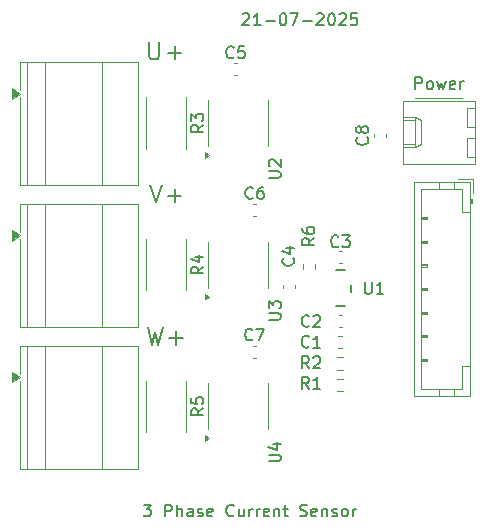
<source format=gbr>
%TF.GenerationSoftware,KiCad,Pcbnew,9.0.2*%
%TF.CreationDate,2025-07-21T15:30:36-04:00*%
%TF.ProjectId,Three Phase Current Sensor,54687265-6520-4506-9861-736520437572,rev?*%
%TF.SameCoordinates,Original*%
%TF.FileFunction,Legend,Top*%
%TF.FilePolarity,Positive*%
%FSLAX46Y46*%
G04 Gerber Fmt 4.6, Leading zero omitted, Abs format (unit mm)*
G04 Created by KiCad (PCBNEW 9.0.2) date 2025-07-21 15:30:36*
%MOMM*%
%LPD*%
G01*
G04 APERTURE LIST*
%ADD10C,0.150000*%
%ADD11C,0.200000*%
%ADD12C,0.120000*%
G04 APERTURE END LIST*
D10*
X75396554Y-41750057D02*
X75444173Y-41702438D01*
X75444173Y-41702438D02*
X75539411Y-41654819D01*
X75539411Y-41654819D02*
X75777506Y-41654819D01*
X75777506Y-41654819D02*
X75872744Y-41702438D01*
X75872744Y-41702438D02*
X75920363Y-41750057D01*
X75920363Y-41750057D02*
X75967982Y-41845295D01*
X75967982Y-41845295D02*
X75967982Y-41940533D01*
X75967982Y-41940533D02*
X75920363Y-42083390D01*
X75920363Y-42083390D02*
X75348935Y-42654819D01*
X75348935Y-42654819D02*
X75967982Y-42654819D01*
X76920363Y-42654819D02*
X76348935Y-42654819D01*
X76634649Y-42654819D02*
X76634649Y-41654819D01*
X76634649Y-41654819D02*
X76539411Y-41797676D01*
X76539411Y-41797676D02*
X76444173Y-41892914D01*
X76444173Y-41892914D02*
X76348935Y-41940533D01*
X77348935Y-42273866D02*
X78110840Y-42273866D01*
X78777506Y-41654819D02*
X78872744Y-41654819D01*
X78872744Y-41654819D02*
X78967982Y-41702438D01*
X78967982Y-41702438D02*
X79015601Y-41750057D01*
X79015601Y-41750057D02*
X79063220Y-41845295D01*
X79063220Y-41845295D02*
X79110839Y-42035771D01*
X79110839Y-42035771D02*
X79110839Y-42273866D01*
X79110839Y-42273866D02*
X79063220Y-42464342D01*
X79063220Y-42464342D02*
X79015601Y-42559580D01*
X79015601Y-42559580D02*
X78967982Y-42607200D01*
X78967982Y-42607200D02*
X78872744Y-42654819D01*
X78872744Y-42654819D02*
X78777506Y-42654819D01*
X78777506Y-42654819D02*
X78682268Y-42607200D01*
X78682268Y-42607200D02*
X78634649Y-42559580D01*
X78634649Y-42559580D02*
X78587030Y-42464342D01*
X78587030Y-42464342D02*
X78539411Y-42273866D01*
X78539411Y-42273866D02*
X78539411Y-42035771D01*
X78539411Y-42035771D02*
X78587030Y-41845295D01*
X78587030Y-41845295D02*
X78634649Y-41750057D01*
X78634649Y-41750057D02*
X78682268Y-41702438D01*
X78682268Y-41702438D02*
X78777506Y-41654819D01*
X79444173Y-41654819D02*
X80110839Y-41654819D01*
X80110839Y-41654819D02*
X79682268Y-42654819D01*
X80491792Y-42273866D02*
X81253697Y-42273866D01*
X81682268Y-41750057D02*
X81729887Y-41702438D01*
X81729887Y-41702438D02*
X81825125Y-41654819D01*
X81825125Y-41654819D02*
X82063220Y-41654819D01*
X82063220Y-41654819D02*
X82158458Y-41702438D01*
X82158458Y-41702438D02*
X82206077Y-41750057D01*
X82206077Y-41750057D02*
X82253696Y-41845295D01*
X82253696Y-41845295D02*
X82253696Y-41940533D01*
X82253696Y-41940533D02*
X82206077Y-42083390D01*
X82206077Y-42083390D02*
X81634649Y-42654819D01*
X81634649Y-42654819D02*
X82253696Y-42654819D01*
X82872744Y-41654819D02*
X82967982Y-41654819D01*
X82967982Y-41654819D02*
X83063220Y-41702438D01*
X83063220Y-41702438D02*
X83110839Y-41750057D01*
X83110839Y-41750057D02*
X83158458Y-41845295D01*
X83158458Y-41845295D02*
X83206077Y-42035771D01*
X83206077Y-42035771D02*
X83206077Y-42273866D01*
X83206077Y-42273866D02*
X83158458Y-42464342D01*
X83158458Y-42464342D02*
X83110839Y-42559580D01*
X83110839Y-42559580D02*
X83063220Y-42607200D01*
X83063220Y-42607200D02*
X82967982Y-42654819D01*
X82967982Y-42654819D02*
X82872744Y-42654819D01*
X82872744Y-42654819D02*
X82777506Y-42607200D01*
X82777506Y-42607200D02*
X82729887Y-42559580D01*
X82729887Y-42559580D02*
X82682268Y-42464342D01*
X82682268Y-42464342D02*
X82634649Y-42273866D01*
X82634649Y-42273866D02*
X82634649Y-42035771D01*
X82634649Y-42035771D02*
X82682268Y-41845295D01*
X82682268Y-41845295D02*
X82729887Y-41750057D01*
X82729887Y-41750057D02*
X82777506Y-41702438D01*
X82777506Y-41702438D02*
X82872744Y-41654819D01*
X83587030Y-41750057D02*
X83634649Y-41702438D01*
X83634649Y-41702438D02*
X83729887Y-41654819D01*
X83729887Y-41654819D02*
X83967982Y-41654819D01*
X83967982Y-41654819D02*
X84063220Y-41702438D01*
X84063220Y-41702438D02*
X84110839Y-41750057D01*
X84110839Y-41750057D02*
X84158458Y-41845295D01*
X84158458Y-41845295D02*
X84158458Y-41940533D01*
X84158458Y-41940533D02*
X84110839Y-42083390D01*
X84110839Y-42083390D02*
X83539411Y-42654819D01*
X83539411Y-42654819D02*
X84158458Y-42654819D01*
X85063220Y-41654819D02*
X84587030Y-41654819D01*
X84587030Y-41654819D02*
X84539411Y-42131009D01*
X84539411Y-42131009D02*
X84587030Y-42083390D01*
X84587030Y-42083390D02*
X84682268Y-42035771D01*
X84682268Y-42035771D02*
X84920363Y-42035771D01*
X84920363Y-42035771D02*
X85015601Y-42083390D01*
X85015601Y-42083390D02*
X85063220Y-42131009D01*
X85063220Y-42131009D02*
X85110839Y-42226247D01*
X85110839Y-42226247D02*
X85110839Y-42464342D01*
X85110839Y-42464342D02*
X85063220Y-42559580D01*
X85063220Y-42559580D02*
X85015601Y-42607200D01*
X85015601Y-42607200D02*
X84920363Y-42654819D01*
X84920363Y-42654819D02*
X84682268Y-42654819D01*
X84682268Y-42654819D02*
X84587030Y-42607200D01*
X84587030Y-42607200D02*
X84539411Y-42559580D01*
D11*
X67574435Y-56161028D02*
X68074435Y-57661028D01*
X68074435Y-57661028D02*
X68574435Y-56161028D01*
X69074434Y-57089600D02*
X70217292Y-57089600D01*
X69645863Y-57661028D02*
X69645863Y-56518171D01*
X67488720Y-44061028D02*
X67488720Y-45275314D01*
X67488720Y-45275314D02*
X67560149Y-45418171D01*
X67560149Y-45418171D02*
X67631578Y-45489600D01*
X67631578Y-45489600D02*
X67774435Y-45561028D01*
X67774435Y-45561028D02*
X68060149Y-45561028D01*
X68060149Y-45561028D02*
X68203006Y-45489600D01*
X68203006Y-45489600D02*
X68274435Y-45418171D01*
X68274435Y-45418171D02*
X68345863Y-45275314D01*
X68345863Y-45275314D02*
X68345863Y-44061028D01*
X69060149Y-44989600D02*
X70203007Y-44989600D01*
X69631578Y-45561028D02*
X69631578Y-44418171D01*
D10*
X90023809Y-48069819D02*
X90023809Y-47069819D01*
X90023809Y-47069819D02*
X90404761Y-47069819D01*
X90404761Y-47069819D02*
X90499999Y-47117438D01*
X90499999Y-47117438D02*
X90547618Y-47165057D01*
X90547618Y-47165057D02*
X90595237Y-47260295D01*
X90595237Y-47260295D02*
X90595237Y-47403152D01*
X90595237Y-47403152D02*
X90547618Y-47498390D01*
X90547618Y-47498390D02*
X90499999Y-47546009D01*
X90499999Y-47546009D02*
X90404761Y-47593628D01*
X90404761Y-47593628D02*
X90023809Y-47593628D01*
X91166666Y-48069819D02*
X91071428Y-48022200D01*
X91071428Y-48022200D02*
X91023809Y-47974580D01*
X91023809Y-47974580D02*
X90976190Y-47879342D01*
X90976190Y-47879342D02*
X90976190Y-47593628D01*
X90976190Y-47593628D02*
X91023809Y-47498390D01*
X91023809Y-47498390D02*
X91071428Y-47450771D01*
X91071428Y-47450771D02*
X91166666Y-47403152D01*
X91166666Y-47403152D02*
X91309523Y-47403152D01*
X91309523Y-47403152D02*
X91404761Y-47450771D01*
X91404761Y-47450771D02*
X91452380Y-47498390D01*
X91452380Y-47498390D02*
X91499999Y-47593628D01*
X91499999Y-47593628D02*
X91499999Y-47879342D01*
X91499999Y-47879342D02*
X91452380Y-47974580D01*
X91452380Y-47974580D02*
X91404761Y-48022200D01*
X91404761Y-48022200D02*
X91309523Y-48069819D01*
X91309523Y-48069819D02*
X91166666Y-48069819D01*
X91833333Y-47403152D02*
X92023809Y-48069819D01*
X92023809Y-48069819D02*
X92214285Y-47593628D01*
X92214285Y-47593628D02*
X92404761Y-48069819D01*
X92404761Y-48069819D02*
X92595237Y-47403152D01*
X93357142Y-48022200D02*
X93261904Y-48069819D01*
X93261904Y-48069819D02*
X93071428Y-48069819D01*
X93071428Y-48069819D02*
X92976190Y-48022200D01*
X92976190Y-48022200D02*
X92928571Y-47926961D01*
X92928571Y-47926961D02*
X92928571Y-47546009D01*
X92928571Y-47546009D02*
X92976190Y-47450771D01*
X92976190Y-47450771D02*
X93071428Y-47403152D01*
X93071428Y-47403152D02*
X93261904Y-47403152D01*
X93261904Y-47403152D02*
X93357142Y-47450771D01*
X93357142Y-47450771D02*
X93404761Y-47546009D01*
X93404761Y-47546009D02*
X93404761Y-47641247D01*
X93404761Y-47641247D02*
X92928571Y-47736485D01*
X93833333Y-48069819D02*
X93833333Y-47403152D01*
X93833333Y-47593628D02*
X93880952Y-47498390D01*
X93880952Y-47498390D02*
X93928571Y-47450771D01*
X93928571Y-47450771D02*
X94023809Y-47403152D01*
X94023809Y-47403152D02*
X94119047Y-47403152D01*
X67023808Y-83254819D02*
X67642855Y-83254819D01*
X67642855Y-83254819D02*
X67309522Y-83635771D01*
X67309522Y-83635771D02*
X67452379Y-83635771D01*
X67452379Y-83635771D02*
X67547617Y-83683390D01*
X67547617Y-83683390D02*
X67595236Y-83731009D01*
X67595236Y-83731009D02*
X67642855Y-83826247D01*
X67642855Y-83826247D02*
X67642855Y-84064342D01*
X67642855Y-84064342D02*
X67595236Y-84159580D01*
X67595236Y-84159580D02*
X67547617Y-84207200D01*
X67547617Y-84207200D02*
X67452379Y-84254819D01*
X67452379Y-84254819D02*
X67166665Y-84254819D01*
X67166665Y-84254819D02*
X67071427Y-84207200D01*
X67071427Y-84207200D02*
X67023808Y-84159580D01*
X68833332Y-84254819D02*
X68833332Y-83254819D01*
X68833332Y-83254819D02*
X69214284Y-83254819D01*
X69214284Y-83254819D02*
X69309522Y-83302438D01*
X69309522Y-83302438D02*
X69357141Y-83350057D01*
X69357141Y-83350057D02*
X69404760Y-83445295D01*
X69404760Y-83445295D02*
X69404760Y-83588152D01*
X69404760Y-83588152D02*
X69357141Y-83683390D01*
X69357141Y-83683390D02*
X69309522Y-83731009D01*
X69309522Y-83731009D02*
X69214284Y-83778628D01*
X69214284Y-83778628D02*
X68833332Y-83778628D01*
X69833332Y-84254819D02*
X69833332Y-83254819D01*
X70261903Y-84254819D02*
X70261903Y-83731009D01*
X70261903Y-83731009D02*
X70214284Y-83635771D01*
X70214284Y-83635771D02*
X70119046Y-83588152D01*
X70119046Y-83588152D02*
X69976189Y-83588152D01*
X69976189Y-83588152D02*
X69880951Y-83635771D01*
X69880951Y-83635771D02*
X69833332Y-83683390D01*
X71166665Y-84254819D02*
X71166665Y-83731009D01*
X71166665Y-83731009D02*
X71119046Y-83635771D01*
X71119046Y-83635771D02*
X71023808Y-83588152D01*
X71023808Y-83588152D02*
X70833332Y-83588152D01*
X70833332Y-83588152D02*
X70738094Y-83635771D01*
X71166665Y-84207200D02*
X71071427Y-84254819D01*
X71071427Y-84254819D02*
X70833332Y-84254819D01*
X70833332Y-84254819D02*
X70738094Y-84207200D01*
X70738094Y-84207200D02*
X70690475Y-84111961D01*
X70690475Y-84111961D02*
X70690475Y-84016723D01*
X70690475Y-84016723D02*
X70738094Y-83921485D01*
X70738094Y-83921485D02*
X70833332Y-83873866D01*
X70833332Y-83873866D02*
X71071427Y-83873866D01*
X71071427Y-83873866D02*
X71166665Y-83826247D01*
X71595237Y-84207200D02*
X71690475Y-84254819D01*
X71690475Y-84254819D02*
X71880951Y-84254819D01*
X71880951Y-84254819D02*
X71976189Y-84207200D01*
X71976189Y-84207200D02*
X72023808Y-84111961D01*
X72023808Y-84111961D02*
X72023808Y-84064342D01*
X72023808Y-84064342D02*
X71976189Y-83969104D01*
X71976189Y-83969104D02*
X71880951Y-83921485D01*
X71880951Y-83921485D02*
X71738094Y-83921485D01*
X71738094Y-83921485D02*
X71642856Y-83873866D01*
X71642856Y-83873866D02*
X71595237Y-83778628D01*
X71595237Y-83778628D02*
X71595237Y-83731009D01*
X71595237Y-83731009D02*
X71642856Y-83635771D01*
X71642856Y-83635771D02*
X71738094Y-83588152D01*
X71738094Y-83588152D02*
X71880951Y-83588152D01*
X71880951Y-83588152D02*
X71976189Y-83635771D01*
X72833332Y-84207200D02*
X72738094Y-84254819D01*
X72738094Y-84254819D02*
X72547618Y-84254819D01*
X72547618Y-84254819D02*
X72452380Y-84207200D01*
X72452380Y-84207200D02*
X72404761Y-84111961D01*
X72404761Y-84111961D02*
X72404761Y-83731009D01*
X72404761Y-83731009D02*
X72452380Y-83635771D01*
X72452380Y-83635771D02*
X72547618Y-83588152D01*
X72547618Y-83588152D02*
X72738094Y-83588152D01*
X72738094Y-83588152D02*
X72833332Y-83635771D01*
X72833332Y-83635771D02*
X72880951Y-83731009D01*
X72880951Y-83731009D02*
X72880951Y-83826247D01*
X72880951Y-83826247D02*
X72404761Y-83921485D01*
X74642856Y-84159580D02*
X74595237Y-84207200D01*
X74595237Y-84207200D02*
X74452380Y-84254819D01*
X74452380Y-84254819D02*
X74357142Y-84254819D01*
X74357142Y-84254819D02*
X74214285Y-84207200D01*
X74214285Y-84207200D02*
X74119047Y-84111961D01*
X74119047Y-84111961D02*
X74071428Y-84016723D01*
X74071428Y-84016723D02*
X74023809Y-83826247D01*
X74023809Y-83826247D02*
X74023809Y-83683390D01*
X74023809Y-83683390D02*
X74071428Y-83492914D01*
X74071428Y-83492914D02*
X74119047Y-83397676D01*
X74119047Y-83397676D02*
X74214285Y-83302438D01*
X74214285Y-83302438D02*
X74357142Y-83254819D01*
X74357142Y-83254819D02*
X74452380Y-83254819D01*
X74452380Y-83254819D02*
X74595237Y-83302438D01*
X74595237Y-83302438D02*
X74642856Y-83350057D01*
X75499999Y-83588152D02*
X75499999Y-84254819D01*
X75071428Y-83588152D02*
X75071428Y-84111961D01*
X75071428Y-84111961D02*
X75119047Y-84207200D01*
X75119047Y-84207200D02*
X75214285Y-84254819D01*
X75214285Y-84254819D02*
X75357142Y-84254819D01*
X75357142Y-84254819D02*
X75452380Y-84207200D01*
X75452380Y-84207200D02*
X75499999Y-84159580D01*
X75976190Y-84254819D02*
X75976190Y-83588152D01*
X75976190Y-83778628D02*
X76023809Y-83683390D01*
X76023809Y-83683390D02*
X76071428Y-83635771D01*
X76071428Y-83635771D02*
X76166666Y-83588152D01*
X76166666Y-83588152D02*
X76261904Y-83588152D01*
X76595238Y-84254819D02*
X76595238Y-83588152D01*
X76595238Y-83778628D02*
X76642857Y-83683390D01*
X76642857Y-83683390D02*
X76690476Y-83635771D01*
X76690476Y-83635771D02*
X76785714Y-83588152D01*
X76785714Y-83588152D02*
X76880952Y-83588152D01*
X77595238Y-84207200D02*
X77500000Y-84254819D01*
X77500000Y-84254819D02*
X77309524Y-84254819D01*
X77309524Y-84254819D02*
X77214286Y-84207200D01*
X77214286Y-84207200D02*
X77166667Y-84111961D01*
X77166667Y-84111961D02*
X77166667Y-83731009D01*
X77166667Y-83731009D02*
X77214286Y-83635771D01*
X77214286Y-83635771D02*
X77309524Y-83588152D01*
X77309524Y-83588152D02*
X77500000Y-83588152D01*
X77500000Y-83588152D02*
X77595238Y-83635771D01*
X77595238Y-83635771D02*
X77642857Y-83731009D01*
X77642857Y-83731009D02*
X77642857Y-83826247D01*
X77642857Y-83826247D02*
X77166667Y-83921485D01*
X78071429Y-83588152D02*
X78071429Y-84254819D01*
X78071429Y-83683390D02*
X78119048Y-83635771D01*
X78119048Y-83635771D02*
X78214286Y-83588152D01*
X78214286Y-83588152D02*
X78357143Y-83588152D01*
X78357143Y-83588152D02*
X78452381Y-83635771D01*
X78452381Y-83635771D02*
X78500000Y-83731009D01*
X78500000Y-83731009D02*
X78500000Y-84254819D01*
X78833334Y-83588152D02*
X79214286Y-83588152D01*
X78976191Y-83254819D02*
X78976191Y-84111961D01*
X78976191Y-84111961D02*
X79023810Y-84207200D01*
X79023810Y-84207200D02*
X79119048Y-84254819D01*
X79119048Y-84254819D02*
X79214286Y-84254819D01*
X80261906Y-84207200D02*
X80404763Y-84254819D01*
X80404763Y-84254819D02*
X80642858Y-84254819D01*
X80642858Y-84254819D02*
X80738096Y-84207200D01*
X80738096Y-84207200D02*
X80785715Y-84159580D01*
X80785715Y-84159580D02*
X80833334Y-84064342D01*
X80833334Y-84064342D02*
X80833334Y-83969104D01*
X80833334Y-83969104D02*
X80785715Y-83873866D01*
X80785715Y-83873866D02*
X80738096Y-83826247D01*
X80738096Y-83826247D02*
X80642858Y-83778628D01*
X80642858Y-83778628D02*
X80452382Y-83731009D01*
X80452382Y-83731009D02*
X80357144Y-83683390D01*
X80357144Y-83683390D02*
X80309525Y-83635771D01*
X80309525Y-83635771D02*
X80261906Y-83540533D01*
X80261906Y-83540533D02*
X80261906Y-83445295D01*
X80261906Y-83445295D02*
X80309525Y-83350057D01*
X80309525Y-83350057D02*
X80357144Y-83302438D01*
X80357144Y-83302438D02*
X80452382Y-83254819D01*
X80452382Y-83254819D02*
X80690477Y-83254819D01*
X80690477Y-83254819D02*
X80833334Y-83302438D01*
X81642858Y-84207200D02*
X81547620Y-84254819D01*
X81547620Y-84254819D02*
X81357144Y-84254819D01*
X81357144Y-84254819D02*
X81261906Y-84207200D01*
X81261906Y-84207200D02*
X81214287Y-84111961D01*
X81214287Y-84111961D02*
X81214287Y-83731009D01*
X81214287Y-83731009D02*
X81261906Y-83635771D01*
X81261906Y-83635771D02*
X81357144Y-83588152D01*
X81357144Y-83588152D02*
X81547620Y-83588152D01*
X81547620Y-83588152D02*
X81642858Y-83635771D01*
X81642858Y-83635771D02*
X81690477Y-83731009D01*
X81690477Y-83731009D02*
X81690477Y-83826247D01*
X81690477Y-83826247D02*
X81214287Y-83921485D01*
X82119049Y-83588152D02*
X82119049Y-84254819D01*
X82119049Y-83683390D02*
X82166668Y-83635771D01*
X82166668Y-83635771D02*
X82261906Y-83588152D01*
X82261906Y-83588152D02*
X82404763Y-83588152D01*
X82404763Y-83588152D02*
X82500001Y-83635771D01*
X82500001Y-83635771D02*
X82547620Y-83731009D01*
X82547620Y-83731009D02*
X82547620Y-84254819D01*
X82976192Y-84207200D02*
X83071430Y-84254819D01*
X83071430Y-84254819D02*
X83261906Y-84254819D01*
X83261906Y-84254819D02*
X83357144Y-84207200D01*
X83357144Y-84207200D02*
X83404763Y-84111961D01*
X83404763Y-84111961D02*
X83404763Y-84064342D01*
X83404763Y-84064342D02*
X83357144Y-83969104D01*
X83357144Y-83969104D02*
X83261906Y-83921485D01*
X83261906Y-83921485D02*
X83119049Y-83921485D01*
X83119049Y-83921485D02*
X83023811Y-83873866D01*
X83023811Y-83873866D02*
X82976192Y-83778628D01*
X82976192Y-83778628D02*
X82976192Y-83731009D01*
X82976192Y-83731009D02*
X83023811Y-83635771D01*
X83023811Y-83635771D02*
X83119049Y-83588152D01*
X83119049Y-83588152D02*
X83261906Y-83588152D01*
X83261906Y-83588152D02*
X83357144Y-83635771D01*
X83976192Y-84254819D02*
X83880954Y-84207200D01*
X83880954Y-84207200D02*
X83833335Y-84159580D01*
X83833335Y-84159580D02*
X83785716Y-84064342D01*
X83785716Y-84064342D02*
X83785716Y-83778628D01*
X83785716Y-83778628D02*
X83833335Y-83683390D01*
X83833335Y-83683390D02*
X83880954Y-83635771D01*
X83880954Y-83635771D02*
X83976192Y-83588152D01*
X83976192Y-83588152D02*
X84119049Y-83588152D01*
X84119049Y-83588152D02*
X84214287Y-83635771D01*
X84214287Y-83635771D02*
X84261906Y-83683390D01*
X84261906Y-83683390D02*
X84309525Y-83778628D01*
X84309525Y-83778628D02*
X84309525Y-84064342D01*
X84309525Y-84064342D02*
X84261906Y-84159580D01*
X84261906Y-84159580D02*
X84214287Y-84207200D01*
X84214287Y-84207200D02*
X84119049Y-84254819D01*
X84119049Y-84254819D02*
X83976192Y-84254819D01*
X84738097Y-84254819D02*
X84738097Y-83588152D01*
X84738097Y-83778628D02*
X84785716Y-83683390D01*
X84785716Y-83683390D02*
X84833335Y-83635771D01*
X84833335Y-83635771D02*
X84928573Y-83588152D01*
X84928573Y-83588152D02*
X85023811Y-83588152D01*
D11*
X67345863Y-68206028D02*
X67703006Y-69706028D01*
X67703006Y-69706028D02*
X67988720Y-68634600D01*
X67988720Y-68634600D02*
X68274435Y-69706028D01*
X68274435Y-69706028D02*
X68631578Y-68206028D01*
X69203006Y-69134600D02*
X70345864Y-69134600D01*
X69774435Y-69706028D02*
X69774435Y-68563171D01*
D10*
X81454819Y-60691792D02*
X80978628Y-61025125D01*
X81454819Y-61263220D02*
X80454819Y-61263220D01*
X80454819Y-61263220D02*
X80454819Y-60882268D01*
X80454819Y-60882268D02*
X80502438Y-60787030D01*
X80502438Y-60787030D02*
X80550057Y-60739411D01*
X80550057Y-60739411D02*
X80645295Y-60691792D01*
X80645295Y-60691792D02*
X80788152Y-60691792D01*
X80788152Y-60691792D02*
X80883390Y-60739411D01*
X80883390Y-60739411D02*
X80931009Y-60787030D01*
X80931009Y-60787030D02*
X80978628Y-60882268D01*
X80978628Y-60882268D02*
X80978628Y-61263220D01*
X80454819Y-59834649D02*
X80454819Y-60025125D01*
X80454819Y-60025125D02*
X80502438Y-60120363D01*
X80502438Y-60120363D02*
X80550057Y-60167982D01*
X80550057Y-60167982D02*
X80692914Y-60263220D01*
X80692914Y-60263220D02*
X80883390Y-60310839D01*
X80883390Y-60310839D02*
X81264342Y-60310839D01*
X81264342Y-60310839D02*
X81359580Y-60263220D01*
X81359580Y-60263220D02*
X81407200Y-60215601D01*
X81407200Y-60215601D02*
X81454819Y-60120363D01*
X81454819Y-60120363D02*
X81454819Y-59929887D01*
X81454819Y-59929887D02*
X81407200Y-59834649D01*
X81407200Y-59834649D02*
X81359580Y-59787030D01*
X81359580Y-59787030D02*
X81264342Y-59739411D01*
X81264342Y-59739411D02*
X81026247Y-59739411D01*
X81026247Y-59739411D02*
X80931009Y-59787030D01*
X80931009Y-59787030D02*
X80883390Y-59834649D01*
X80883390Y-59834649D02*
X80835771Y-59929887D01*
X80835771Y-59929887D02*
X80835771Y-60120363D01*
X80835771Y-60120363D02*
X80883390Y-60215601D01*
X80883390Y-60215601D02*
X80931009Y-60263220D01*
X80931009Y-60263220D02*
X81026247Y-60310839D01*
X85929580Y-52166666D02*
X85977200Y-52214285D01*
X85977200Y-52214285D02*
X86024819Y-52357142D01*
X86024819Y-52357142D02*
X86024819Y-52452380D01*
X86024819Y-52452380D02*
X85977200Y-52595237D01*
X85977200Y-52595237D02*
X85881961Y-52690475D01*
X85881961Y-52690475D02*
X85786723Y-52738094D01*
X85786723Y-52738094D02*
X85596247Y-52785713D01*
X85596247Y-52785713D02*
X85453390Y-52785713D01*
X85453390Y-52785713D02*
X85262914Y-52738094D01*
X85262914Y-52738094D02*
X85167676Y-52690475D01*
X85167676Y-52690475D02*
X85072438Y-52595237D01*
X85072438Y-52595237D02*
X85024819Y-52452380D01*
X85024819Y-52452380D02*
X85024819Y-52357142D01*
X85024819Y-52357142D02*
X85072438Y-52214285D01*
X85072438Y-52214285D02*
X85120057Y-52166666D01*
X85453390Y-51595237D02*
X85405771Y-51690475D01*
X85405771Y-51690475D02*
X85358152Y-51738094D01*
X85358152Y-51738094D02*
X85262914Y-51785713D01*
X85262914Y-51785713D02*
X85215295Y-51785713D01*
X85215295Y-51785713D02*
X85120057Y-51738094D01*
X85120057Y-51738094D02*
X85072438Y-51690475D01*
X85072438Y-51690475D02*
X85024819Y-51595237D01*
X85024819Y-51595237D02*
X85024819Y-51404761D01*
X85024819Y-51404761D02*
X85072438Y-51309523D01*
X85072438Y-51309523D02*
X85120057Y-51261904D01*
X85120057Y-51261904D02*
X85215295Y-51214285D01*
X85215295Y-51214285D02*
X85262914Y-51214285D01*
X85262914Y-51214285D02*
X85358152Y-51261904D01*
X85358152Y-51261904D02*
X85405771Y-51309523D01*
X85405771Y-51309523D02*
X85453390Y-51404761D01*
X85453390Y-51404761D02*
X85453390Y-51595237D01*
X85453390Y-51595237D02*
X85501009Y-51690475D01*
X85501009Y-51690475D02*
X85548628Y-51738094D01*
X85548628Y-51738094D02*
X85643866Y-51785713D01*
X85643866Y-51785713D02*
X85834342Y-51785713D01*
X85834342Y-51785713D02*
X85929580Y-51738094D01*
X85929580Y-51738094D02*
X85977200Y-51690475D01*
X85977200Y-51690475D02*
X86024819Y-51595237D01*
X86024819Y-51595237D02*
X86024819Y-51404761D01*
X86024819Y-51404761D02*
X85977200Y-51309523D01*
X85977200Y-51309523D02*
X85929580Y-51261904D01*
X85929580Y-51261904D02*
X85834342Y-51214285D01*
X85834342Y-51214285D02*
X85643866Y-51214285D01*
X85643866Y-51214285D02*
X85548628Y-51261904D01*
X85548628Y-51261904D02*
X85501009Y-51309523D01*
X85501009Y-51309523D02*
X85453390Y-51404761D01*
X83513332Y-61359580D02*
X83465713Y-61407200D01*
X83465713Y-61407200D02*
X83322856Y-61454819D01*
X83322856Y-61454819D02*
X83227618Y-61454819D01*
X83227618Y-61454819D02*
X83084761Y-61407200D01*
X83084761Y-61407200D02*
X82989523Y-61311961D01*
X82989523Y-61311961D02*
X82941904Y-61216723D01*
X82941904Y-61216723D02*
X82894285Y-61026247D01*
X82894285Y-61026247D02*
X82894285Y-60883390D01*
X82894285Y-60883390D02*
X82941904Y-60692914D01*
X82941904Y-60692914D02*
X82989523Y-60597676D01*
X82989523Y-60597676D02*
X83084761Y-60502438D01*
X83084761Y-60502438D02*
X83227618Y-60454819D01*
X83227618Y-60454819D02*
X83322856Y-60454819D01*
X83322856Y-60454819D02*
X83465713Y-60502438D01*
X83465713Y-60502438D02*
X83513332Y-60550057D01*
X83846666Y-60454819D02*
X84465713Y-60454819D01*
X84465713Y-60454819D02*
X84132380Y-60835771D01*
X84132380Y-60835771D02*
X84275237Y-60835771D01*
X84275237Y-60835771D02*
X84370475Y-60883390D01*
X84370475Y-60883390D02*
X84418094Y-60931009D01*
X84418094Y-60931009D02*
X84465713Y-61026247D01*
X84465713Y-61026247D02*
X84465713Y-61264342D01*
X84465713Y-61264342D02*
X84418094Y-61359580D01*
X84418094Y-61359580D02*
X84370475Y-61407200D01*
X84370475Y-61407200D02*
X84275237Y-61454819D01*
X84275237Y-61454819D02*
X83989523Y-61454819D01*
X83989523Y-61454819D02*
X83894285Y-61407200D01*
X83894285Y-61407200D02*
X83846666Y-61359580D01*
X77614819Y-67596904D02*
X78424342Y-67596904D01*
X78424342Y-67596904D02*
X78519580Y-67549285D01*
X78519580Y-67549285D02*
X78567200Y-67501666D01*
X78567200Y-67501666D02*
X78614819Y-67406428D01*
X78614819Y-67406428D02*
X78614819Y-67215952D01*
X78614819Y-67215952D02*
X78567200Y-67120714D01*
X78567200Y-67120714D02*
X78519580Y-67073095D01*
X78519580Y-67073095D02*
X78424342Y-67025476D01*
X78424342Y-67025476D02*
X77614819Y-67025476D01*
X77614819Y-66644523D02*
X77614819Y-66025476D01*
X77614819Y-66025476D02*
X77995771Y-66358809D01*
X77995771Y-66358809D02*
X77995771Y-66215952D01*
X77995771Y-66215952D02*
X78043390Y-66120714D01*
X78043390Y-66120714D02*
X78091009Y-66073095D01*
X78091009Y-66073095D02*
X78186247Y-66025476D01*
X78186247Y-66025476D02*
X78424342Y-66025476D01*
X78424342Y-66025476D02*
X78519580Y-66073095D01*
X78519580Y-66073095D02*
X78567200Y-66120714D01*
X78567200Y-66120714D02*
X78614819Y-66215952D01*
X78614819Y-66215952D02*
X78614819Y-66501666D01*
X78614819Y-66501666D02*
X78567200Y-66596904D01*
X78567200Y-66596904D02*
X78519580Y-66644523D01*
X76233333Y-69259580D02*
X76185714Y-69307200D01*
X76185714Y-69307200D02*
X76042857Y-69354819D01*
X76042857Y-69354819D02*
X75947619Y-69354819D01*
X75947619Y-69354819D02*
X75804762Y-69307200D01*
X75804762Y-69307200D02*
X75709524Y-69211961D01*
X75709524Y-69211961D02*
X75661905Y-69116723D01*
X75661905Y-69116723D02*
X75614286Y-68926247D01*
X75614286Y-68926247D02*
X75614286Y-68783390D01*
X75614286Y-68783390D02*
X75661905Y-68592914D01*
X75661905Y-68592914D02*
X75709524Y-68497676D01*
X75709524Y-68497676D02*
X75804762Y-68402438D01*
X75804762Y-68402438D02*
X75947619Y-68354819D01*
X75947619Y-68354819D02*
X76042857Y-68354819D01*
X76042857Y-68354819D02*
X76185714Y-68402438D01*
X76185714Y-68402438D02*
X76233333Y-68450057D01*
X76566667Y-68354819D02*
X77233333Y-68354819D01*
X77233333Y-68354819D02*
X76804762Y-69354819D01*
X77614819Y-55596904D02*
X78424342Y-55596904D01*
X78424342Y-55596904D02*
X78519580Y-55549285D01*
X78519580Y-55549285D02*
X78567200Y-55501666D01*
X78567200Y-55501666D02*
X78614819Y-55406428D01*
X78614819Y-55406428D02*
X78614819Y-55215952D01*
X78614819Y-55215952D02*
X78567200Y-55120714D01*
X78567200Y-55120714D02*
X78519580Y-55073095D01*
X78519580Y-55073095D02*
X78424342Y-55025476D01*
X78424342Y-55025476D02*
X77614819Y-55025476D01*
X77710057Y-54596904D02*
X77662438Y-54549285D01*
X77662438Y-54549285D02*
X77614819Y-54454047D01*
X77614819Y-54454047D02*
X77614819Y-54215952D01*
X77614819Y-54215952D02*
X77662438Y-54120714D01*
X77662438Y-54120714D02*
X77710057Y-54073095D01*
X77710057Y-54073095D02*
X77805295Y-54025476D01*
X77805295Y-54025476D02*
X77900533Y-54025476D01*
X77900533Y-54025476D02*
X78043390Y-54073095D01*
X78043390Y-54073095D02*
X78614819Y-54644523D01*
X78614819Y-54644523D02*
X78614819Y-54025476D01*
X81008458Y-69859580D02*
X80960839Y-69907200D01*
X80960839Y-69907200D02*
X80817982Y-69954819D01*
X80817982Y-69954819D02*
X80722744Y-69954819D01*
X80722744Y-69954819D02*
X80579887Y-69907200D01*
X80579887Y-69907200D02*
X80484649Y-69811961D01*
X80484649Y-69811961D02*
X80437030Y-69716723D01*
X80437030Y-69716723D02*
X80389411Y-69526247D01*
X80389411Y-69526247D02*
X80389411Y-69383390D01*
X80389411Y-69383390D02*
X80437030Y-69192914D01*
X80437030Y-69192914D02*
X80484649Y-69097676D01*
X80484649Y-69097676D02*
X80579887Y-69002438D01*
X80579887Y-69002438D02*
X80722744Y-68954819D01*
X80722744Y-68954819D02*
X80817982Y-68954819D01*
X80817982Y-68954819D02*
X80960839Y-69002438D01*
X80960839Y-69002438D02*
X81008458Y-69050057D01*
X81960839Y-69954819D02*
X81389411Y-69954819D01*
X81675125Y-69954819D02*
X81675125Y-68954819D01*
X81675125Y-68954819D02*
X81579887Y-69097676D01*
X81579887Y-69097676D02*
X81484649Y-69192914D01*
X81484649Y-69192914D02*
X81389411Y-69240533D01*
X81008458Y-68109580D02*
X80960839Y-68157200D01*
X80960839Y-68157200D02*
X80817982Y-68204819D01*
X80817982Y-68204819D02*
X80722744Y-68204819D01*
X80722744Y-68204819D02*
X80579887Y-68157200D01*
X80579887Y-68157200D02*
X80484649Y-68061961D01*
X80484649Y-68061961D02*
X80437030Y-67966723D01*
X80437030Y-67966723D02*
X80389411Y-67776247D01*
X80389411Y-67776247D02*
X80389411Y-67633390D01*
X80389411Y-67633390D02*
X80437030Y-67442914D01*
X80437030Y-67442914D02*
X80484649Y-67347676D01*
X80484649Y-67347676D02*
X80579887Y-67252438D01*
X80579887Y-67252438D02*
X80722744Y-67204819D01*
X80722744Y-67204819D02*
X80817982Y-67204819D01*
X80817982Y-67204819D02*
X80960839Y-67252438D01*
X80960839Y-67252438D02*
X81008458Y-67300057D01*
X81389411Y-67300057D02*
X81437030Y-67252438D01*
X81437030Y-67252438D02*
X81532268Y-67204819D01*
X81532268Y-67204819D02*
X81770363Y-67204819D01*
X81770363Y-67204819D02*
X81865601Y-67252438D01*
X81865601Y-67252438D02*
X81913220Y-67300057D01*
X81913220Y-67300057D02*
X81960839Y-67395295D01*
X81960839Y-67395295D02*
X81960839Y-67490533D01*
X81960839Y-67490533D02*
X81913220Y-67633390D01*
X81913220Y-67633390D02*
X81341792Y-68204819D01*
X81341792Y-68204819D02*
X81960839Y-68204819D01*
X72054819Y-63101666D02*
X71578628Y-63434999D01*
X72054819Y-63673094D02*
X71054819Y-63673094D01*
X71054819Y-63673094D02*
X71054819Y-63292142D01*
X71054819Y-63292142D02*
X71102438Y-63196904D01*
X71102438Y-63196904D02*
X71150057Y-63149285D01*
X71150057Y-63149285D02*
X71245295Y-63101666D01*
X71245295Y-63101666D02*
X71388152Y-63101666D01*
X71388152Y-63101666D02*
X71483390Y-63149285D01*
X71483390Y-63149285D02*
X71531009Y-63196904D01*
X71531009Y-63196904D02*
X71578628Y-63292142D01*
X71578628Y-63292142D02*
X71578628Y-63673094D01*
X71388152Y-62244523D02*
X72054819Y-62244523D01*
X71007200Y-62482618D02*
X71721485Y-62720713D01*
X71721485Y-62720713D02*
X71721485Y-62101666D01*
X76258333Y-57259580D02*
X76210714Y-57307200D01*
X76210714Y-57307200D02*
X76067857Y-57354819D01*
X76067857Y-57354819D02*
X75972619Y-57354819D01*
X75972619Y-57354819D02*
X75829762Y-57307200D01*
X75829762Y-57307200D02*
X75734524Y-57211961D01*
X75734524Y-57211961D02*
X75686905Y-57116723D01*
X75686905Y-57116723D02*
X75639286Y-56926247D01*
X75639286Y-56926247D02*
X75639286Y-56783390D01*
X75639286Y-56783390D02*
X75686905Y-56592914D01*
X75686905Y-56592914D02*
X75734524Y-56497676D01*
X75734524Y-56497676D02*
X75829762Y-56402438D01*
X75829762Y-56402438D02*
X75972619Y-56354819D01*
X75972619Y-56354819D02*
X76067857Y-56354819D01*
X76067857Y-56354819D02*
X76210714Y-56402438D01*
X76210714Y-56402438D02*
X76258333Y-56450057D01*
X77115476Y-56354819D02*
X76925000Y-56354819D01*
X76925000Y-56354819D02*
X76829762Y-56402438D01*
X76829762Y-56402438D02*
X76782143Y-56450057D01*
X76782143Y-56450057D02*
X76686905Y-56592914D01*
X76686905Y-56592914D02*
X76639286Y-56783390D01*
X76639286Y-56783390D02*
X76639286Y-57164342D01*
X76639286Y-57164342D02*
X76686905Y-57259580D01*
X76686905Y-57259580D02*
X76734524Y-57307200D01*
X76734524Y-57307200D02*
X76829762Y-57354819D01*
X76829762Y-57354819D02*
X77020238Y-57354819D01*
X77020238Y-57354819D02*
X77115476Y-57307200D01*
X77115476Y-57307200D02*
X77163095Y-57259580D01*
X77163095Y-57259580D02*
X77210714Y-57164342D01*
X77210714Y-57164342D02*
X77210714Y-56926247D01*
X77210714Y-56926247D02*
X77163095Y-56831009D01*
X77163095Y-56831009D02*
X77115476Y-56783390D01*
X77115476Y-56783390D02*
X77020238Y-56735771D01*
X77020238Y-56735771D02*
X76829762Y-56735771D01*
X76829762Y-56735771D02*
X76734524Y-56783390D01*
X76734524Y-56783390D02*
X76686905Y-56831009D01*
X76686905Y-56831009D02*
X76639286Y-56926247D01*
X81008458Y-71704819D02*
X80675125Y-71228628D01*
X80437030Y-71704819D02*
X80437030Y-70704819D01*
X80437030Y-70704819D02*
X80817982Y-70704819D01*
X80817982Y-70704819D02*
X80913220Y-70752438D01*
X80913220Y-70752438D02*
X80960839Y-70800057D01*
X80960839Y-70800057D02*
X81008458Y-70895295D01*
X81008458Y-70895295D02*
X81008458Y-71038152D01*
X81008458Y-71038152D02*
X80960839Y-71133390D01*
X80960839Y-71133390D02*
X80913220Y-71181009D01*
X80913220Y-71181009D02*
X80817982Y-71228628D01*
X80817982Y-71228628D02*
X80437030Y-71228628D01*
X81389411Y-70800057D02*
X81437030Y-70752438D01*
X81437030Y-70752438D02*
X81532268Y-70704819D01*
X81532268Y-70704819D02*
X81770363Y-70704819D01*
X81770363Y-70704819D02*
X81865601Y-70752438D01*
X81865601Y-70752438D02*
X81913220Y-70800057D01*
X81913220Y-70800057D02*
X81960839Y-70895295D01*
X81960839Y-70895295D02*
X81960839Y-70990533D01*
X81960839Y-70990533D02*
X81913220Y-71133390D01*
X81913220Y-71133390D02*
X81341792Y-71704819D01*
X81341792Y-71704819D02*
X81960839Y-71704819D01*
X85738095Y-64404820D02*
X85738095Y-65214343D01*
X85738095Y-65214343D02*
X85785714Y-65309581D01*
X85785714Y-65309581D02*
X85833333Y-65357201D01*
X85833333Y-65357201D02*
X85928571Y-65404820D01*
X85928571Y-65404820D02*
X86119047Y-65404820D01*
X86119047Y-65404820D02*
X86214285Y-65357201D01*
X86214285Y-65357201D02*
X86261904Y-65309581D01*
X86261904Y-65309581D02*
X86309523Y-65214343D01*
X86309523Y-65214343D02*
X86309523Y-64404820D01*
X87309523Y-65404820D02*
X86738095Y-65404820D01*
X87023809Y-65404820D02*
X87023809Y-64404820D01*
X87023809Y-64404820D02*
X86928571Y-64547677D01*
X86928571Y-64547677D02*
X86833333Y-64642915D01*
X86833333Y-64642915D02*
X86738095Y-64690534D01*
X72054819Y-51101666D02*
X71578628Y-51434999D01*
X72054819Y-51673094D02*
X71054819Y-51673094D01*
X71054819Y-51673094D02*
X71054819Y-51292142D01*
X71054819Y-51292142D02*
X71102438Y-51196904D01*
X71102438Y-51196904D02*
X71150057Y-51149285D01*
X71150057Y-51149285D02*
X71245295Y-51101666D01*
X71245295Y-51101666D02*
X71388152Y-51101666D01*
X71388152Y-51101666D02*
X71483390Y-51149285D01*
X71483390Y-51149285D02*
X71531009Y-51196904D01*
X71531009Y-51196904D02*
X71578628Y-51292142D01*
X71578628Y-51292142D02*
X71578628Y-51673094D01*
X71054819Y-50768332D02*
X71054819Y-50149285D01*
X71054819Y-50149285D02*
X71435771Y-50482618D01*
X71435771Y-50482618D02*
X71435771Y-50339761D01*
X71435771Y-50339761D02*
X71483390Y-50244523D01*
X71483390Y-50244523D02*
X71531009Y-50196904D01*
X71531009Y-50196904D02*
X71626247Y-50149285D01*
X71626247Y-50149285D02*
X71864342Y-50149285D01*
X71864342Y-50149285D02*
X71959580Y-50196904D01*
X71959580Y-50196904D02*
X72007200Y-50244523D01*
X72007200Y-50244523D02*
X72054819Y-50339761D01*
X72054819Y-50339761D02*
X72054819Y-50625475D01*
X72054819Y-50625475D02*
X72007200Y-50720713D01*
X72007200Y-50720713D02*
X71959580Y-50768332D01*
X72054819Y-75101666D02*
X71578628Y-75434999D01*
X72054819Y-75673094D02*
X71054819Y-75673094D01*
X71054819Y-75673094D02*
X71054819Y-75292142D01*
X71054819Y-75292142D02*
X71102438Y-75196904D01*
X71102438Y-75196904D02*
X71150057Y-75149285D01*
X71150057Y-75149285D02*
X71245295Y-75101666D01*
X71245295Y-75101666D02*
X71388152Y-75101666D01*
X71388152Y-75101666D02*
X71483390Y-75149285D01*
X71483390Y-75149285D02*
X71531009Y-75196904D01*
X71531009Y-75196904D02*
X71578628Y-75292142D01*
X71578628Y-75292142D02*
X71578628Y-75673094D01*
X71054819Y-74196904D02*
X71054819Y-74673094D01*
X71054819Y-74673094D02*
X71531009Y-74720713D01*
X71531009Y-74720713D02*
X71483390Y-74673094D01*
X71483390Y-74673094D02*
X71435771Y-74577856D01*
X71435771Y-74577856D02*
X71435771Y-74339761D01*
X71435771Y-74339761D02*
X71483390Y-74244523D01*
X71483390Y-74244523D02*
X71531009Y-74196904D01*
X71531009Y-74196904D02*
X71626247Y-74149285D01*
X71626247Y-74149285D02*
X71864342Y-74149285D01*
X71864342Y-74149285D02*
X71959580Y-74196904D01*
X71959580Y-74196904D02*
X72007200Y-74244523D01*
X72007200Y-74244523D02*
X72054819Y-74339761D01*
X72054819Y-74339761D02*
X72054819Y-74577856D01*
X72054819Y-74577856D02*
X72007200Y-74673094D01*
X72007200Y-74673094D02*
X71959580Y-74720713D01*
X74633333Y-45359580D02*
X74585714Y-45407200D01*
X74585714Y-45407200D02*
X74442857Y-45454819D01*
X74442857Y-45454819D02*
X74347619Y-45454819D01*
X74347619Y-45454819D02*
X74204762Y-45407200D01*
X74204762Y-45407200D02*
X74109524Y-45311961D01*
X74109524Y-45311961D02*
X74061905Y-45216723D01*
X74061905Y-45216723D02*
X74014286Y-45026247D01*
X74014286Y-45026247D02*
X74014286Y-44883390D01*
X74014286Y-44883390D02*
X74061905Y-44692914D01*
X74061905Y-44692914D02*
X74109524Y-44597676D01*
X74109524Y-44597676D02*
X74204762Y-44502438D01*
X74204762Y-44502438D02*
X74347619Y-44454819D01*
X74347619Y-44454819D02*
X74442857Y-44454819D01*
X74442857Y-44454819D02*
X74585714Y-44502438D01*
X74585714Y-44502438D02*
X74633333Y-44550057D01*
X75538095Y-44454819D02*
X75061905Y-44454819D01*
X75061905Y-44454819D02*
X75014286Y-44931009D01*
X75014286Y-44931009D02*
X75061905Y-44883390D01*
X75061905Y-44883390D02*
X75157143Y-44835771D01*
X75157143Y-44835771D02*
X75395238Y-44835771D01*
X75395238Y-44835771D02*
X75490476Y-44883390D01*
X75490476Y-44883390D02*
X75538095Y-44931009D01*
X75538095Y-44931009D02*
X75585714Y-45026247D01*
X75585714Y-45026247D02*
X75585714Y-45264342D01*
X75585714Y-45264342D02*
X75538095Y-45359580D01*
X75538095Y-45359580D02*
X75490476Y-45407200D01*
X75490476Y-45407200D02*
X75395238Y-45454819D01*
X75395238Y-45454819D02*
X75157143Y-45454819D01*
X75157143Y-45454819D02*
X75061905Y-45407200D01*
X75061905Y-45407200D02*
X75014286Y-45359580D01*
X77614819Y-79596904D02*
X78424342Y-79596904D01*
X78424342Y-79596904D02*
X78519580Y-79549285D01*
X78519580Y-79549285D02*
X78567200Y-79501666D01*
X78567200Y-79501666D02*
X78614819Y-79406428D01*
X78614819Y-79406428D02*
X78614819Y-79215952D01*
X78614819Y-79215952D02*
X78567200Y-79120714D01*
X78567200Y-79120714D02*
X78519580Y-79073095D01*
X78519580Y-79073095D02*
X78424342Y-79025476D01*
X78424342Y-79025476D02*
X77614819Y-79025476D01*
X77948152Y-78120714D02*
X78614819Y-78120714D01*
X77567200Y-78358809D02*
X78281485Y-78596904D01*
X78281485Y-78596904D02*
X78281485Y-77977857D01*
X79659580Y-62391792D02*
X79707200Y-62439411D01*
X79707200Y-62439411D02*
X79754819Y-62582268D01*
X79754819Y-62582268D02*
X79754819Y-62677506D01*
X79754819Y-62677506D02*
X79707200Y-62820363D01*
X79707200Y-62820363D02*
X79611961Y-62915601D01*
X79611961Y-62915601D02*
X79516723Y-62963220D01*
X79516723Y-62963220D02*
X79326247Y-63010839D01*
X79326247Y-63010839D02*
X79183390Y-63010839D01*
X79183390Y-63010839D02*
X78992914Y-62963220D01*
X78992914Y-62963220D02*
X78897676Y-62915601D01*
X78897676Y-62915601D02*
X78802438Y-62820363D01*
X78802438Y-62820363D02*
X78754819Y-62677506D01*
X78754819Y-62677506D02*
X78754819Y-62582268D01*
X78754819Y-62582268D02*
X78802438Y-62439411D01*
X78802438Y-62439411D02*
X78850057Y-62391792D01*
X79088152Y-61534649D02*
X79754819Y-61534649D01*
X78707200Y-61772744D02*
X79421485Y-62010839D01*
X79421485Y-62010839D02*
X79421485Y-61391792D01*
X81008458Y-73454819D02*
X80675125Y-72978628D01*
X80437030Y-73454819D02*
X80437030Y-72454819D01*
X80437030Y-72454819D02*
X80817982Y-72454819D01*
X80817982Y-72454819D02*
X80913220Y-72502438D01*
X80913220Y-72502438D02*
X80960839Y-72550057D01*
X80960839Y-72550057D02*
X81008458Y-72645295D01*
X81008458Y-72645295D02*
X81008458Y-72788152D01*
X81008458Y-72788152D02*
X80960839Y-72883390D01*
X80960839Y-72883390D02*
X80913220Y-72931009D01*
X80913220Y-72931009D02*
X80817982Y-72978628D01*
X80817982Y-72978628D02*
X80437030Y-72978628D01*
X81960839Y-73454819D02*
X81389411Y-73454819D01*
X81675125Y-73454819D02*
X81675125Y-72454819D01*
X81675125Y-72454819D02*
X81579887Y-72597676D01*
X81579887Y-72597676D02*
X81484649Y-72692914D01*
X81484649Y-72692914D02*
X81389411Y-72740533D01*
D12*
%TO.C,R6*%
X81522500Y-62837742D02*
X81522500Y-63312258D01*
X80477500Y-62837742D02*
X80477500Y-63312258D01*
%TO.C,C8*%
X86490000Y-52140580D02*
X86490000Y-51859420D01*
X87510000Y-52140580D02*
X87510000Y-51859420D01*
%TO.C,J2*%
X56507500Y-45795000D02*
X56507500Y-48155000D01*
X56507500Y-48755000D02*
X56507500Y-56195000D01*
X57127500Y-45795000D02*
X57127500Y-56195000D01*
X58627500Y-45795000D02*
X58627500Y-56195000D01*
X63527500Y-45795000D02*
X63527500Y-56195000D01*
X66547500Y-45795000D02*
X56507500Y-45795000D01*
X66547500Y-45795000D02*
X66547500Y-56195000D01*
X66547500Y-56195000D02*
X56507500Y-56195000D01*
X56507500Y-48455000D02*
X55897500Y-48895000D01*
X55897500Y-48015000D01*
X56507500Y-48455000D01*
G36*
X56507500Y-48455000D02*
G01*
X55897500Y-48895000D01*
X55897500Y-48015000D01*
X56507500Y-48455000D01*
G37*
%TO.C,C3*%
X83820579Y-61805000D02*
X83539419Y-61805000D01*
X83820579Y-62825000D02*
X83539419Y-62825000D01*
%TO.C,U3*%
X72462500Y-62935000D02*
X72462500Y-60985000D01*
X72462500Y-62935000D02*
X72462500Y-64885000D01*
X77582500Y-62935000D02*
X77582500Y-60985000D01*
X77582500Y-62935000D02*
X77582500Y-64885000D01*
X72557500Y-65635000D02*
X72227500Y-65875000D01*
X72227500Y-65395000D01*
X72557500Y-65635000D01*
G36*
X72557500Y-65635000D02*
G01*
X72227500Y-65875000D01*
X72227500Y-65395000D01*
X72557500Y-65635000D01*
G37*
%TO.C,C7*%
X76259420Y-69790000D02*
X76540580Y-69790000D01*
X76259420Y-70810000D02*
X76540580Y-70810000D01*
%TO.C,J5*%
X89010000Y-49080000D02*
X89010000Y-54380000D01*
X89010000Y-50460000D02*
X90010000Y-50460000D01*
X89010000Y-50710000D02*
X90010000Y-50710000D01*
X89010000Y-52750000D02*
X90010000Y-52750000D01*
X89010000Y-54380000D02*
X95030000Y-54380000D01*
X90010000Y-50460000D02*
X90010000Y-53000000D01*
X90010000Y-50460000D02*
X90540000Y-50710000D01*
X90010000Y-53000000D02*
X89010000Y-53000000D01*
X90540000Y-50710000D02*
X90540000Y-52750000D01*
X90540000Y-52750000D02*
X90010000Y-53000000D01*
X94000000Y-48790000D02*
X90000000Y-48790000D01*
X94430000Y-49660000D02*
X94430000Y-51260000D01*
X94430000Y-51260000D02*
X95030000Y-51260000D01*
X94430000Y-52200000D02*
X94430000Y-53800000D01*
X94430000Y-53800000D02*
X95030000Y-53800000D01*
X95030000Y-49080000D02*
X89010000Y-49080000D01*
X95030000Y-49660000D02*
X94430000Y-49660000D01*
X95030000Y-52200000D02*
X94430000Y-52200000D01*
X95030000Y-54380000D02*
X95030000Y-49080000D01*
%TO.C,U2*%
X72557500Y-53635000D02*
X72227500Y-53875000D01*
X72227500Y-53395000D01*
X72557500Y-53635000D01*
G36*
X72557500Y-53635000D02*
G01*
X72227500Y-53875000D01*
X72227500Y-53395000D01*
X72557500Y-53635000D01*
G37*
X77582500Y-50935000D02*
X77582500Y-52885000D01*
X77582500Y-50935000D02*
X77582500Y-48985000D01*
X72462500Y-50935000D02*
X72462500Y-52885000D01*
X72462500Y-50935000D02*
X72462500Y-48985000D01*
%TO.C,C1*%
X83514419Y-70025000D02*
X83795579Y-70025000D01*
X83514419Y-69005000D02*
X83795579Y-69005000D01*
%TO.C,C2*%
X83539419Y-67205000D02*
X83820579Y-67205000D01*
X83539419Y-68225000D02*
X83820579Y-68225000D01*
%TO.C,J1*%
X89890000Y-55940000D02*
X89890000Y-74060000D01*
X89890000Y-74060000D02*
X94610000Y-74060000D01*
X90500000Y-56550000D02*
X90500000Y-73450000D01*
X90500000Y-58900000D02*
X91000000Y-58900000D01*
X90500000Y-59000000D02*
X91000000Y-59000000D01*
X90500000Y-60900000D02*
X91000000Y-60900000D01*
X90500000Y-61000000D02*
X91000000Y-61000000D01*
X90500000Y-62900000D02*
X91000000Y-62900000D01*
X90500000Y-63000000D02*
X91000000Y-63000000D01*
X90500000Y-64900000D02*
X91000000Y-64900000D01*
X90500000Y-65000000D02*
X91000000Y-65000000D01*
X90500000Y-66900000D02*
X91000000Y-66900000D01*
X90500000Y-67000000D02*
X91000000Y-67000000D01*
X90500000Y-68900000D02*
X91000000Y-68900000D01*
X90500000Y-69000000D02*
X91000000Y-69000000D01*
X90500000Y-70900000D02*
X91000000Y-70900000D01*
X90500000Y-71000000D02*
X91000000Y-71000000D01*
X90500000Y-73450000D02*
X94000000Y-73450000D01*
X91000000Y-58900000D02*
X91000000Y-59100000D01*
X91000000Y-59100000D02*
X90500000Y-59100000D01*
X91000000Y-60900000D02*
X91000000Y-61100000D01*
X91000000Y-61100000D02*
X90500000Y-61100000D01*
X91000000Y-62900000D02*
X91000000Y-63100000D01*
X91000000Y-63100000D02*
X90500000Y-63100000D01*
X91000000Y-64900000D02*
X91000000Y-65100000D01*
X91000000Y-65100000D02*
X90500000Y-65100000D01*
X91000000Y-66900000D02*
X91000000Y-67100000D01*
X91000000Y-67100000D02*
X90500000Y-67100000D01*
X91000000Y-68900000D02*
X91000000Y-69100000D01*
X91000000Y-69100000D02*
X90500000Y-69100000D01*
X91000000Y-70900000D02*
X91000000Y-71100000D01*
X91000000Y-71100000D02*
X90500000Y-71100000D01*
X92000000Y-55940000D02*
X92000000Y-56550000D01*
X92000000Y-74060000D02*
X92000000Y-73450000D01*
X93300000Y-55940000D02*
X93300000Y-56550000D01*
X93300000Y-74060000D02*
X93300000Y-73450000D01*
X94000000Y-56550000D02*
X90500000Y-56550000D01*
X94000000Y-58500000D02*
X94000000Y-56550000D01*
X94000000Y-71500000D02*
X94610000Y-71500000D01*
X94000000Y-73450000D02*
X94000000Y-71500000D01*
X94610000Y-55940000D02*
X89890000Y-55940000D01*
X94610000Y-57700000D02*
X94810000Y-57700000D01*
X94610000Y-58500000D02*
X94000000Y-58500000D01*
X94610000Y-74060000D02*
X94610000Y-55940000D01*
X94710000Y-57700000D02*
X94710000Y-57400000D01*
X94810000Y-57400000D02*
X94610000Y-57400000D01*
X94810000Y-57700000D02*
X94810000Y-57400000D01*
X94910000Y-55640000D02*
X93660000Y-55640000D01*
X94910000Y-56890000D02*
X94910000Y-55640000D01*
%TO.C,R4*%
X67217500Y-60757936D02*
X67217500Y-65112064D01*
X70637500Y-60757936D02*
X70637500Y-65112064D01*
%TO.C,C6*%
X76284420Y-57790000D02*
X76565580Y-57790000D01*
X76284420Y-58810000D02*
X76565580Y-58810000D01*
%TO.C,R2*%
X83867257Y-71837500D02*
X83392741Y-71837500D01*
X83867257Y-70792500D02*
X83392741Y-70792500D01*
D10*
%TO.C,U1*%
X83324999Y-63425000D02*
X84075001Y-63425000D01*
X83324999Y-66475002D02*
X84075001Y-66475002D01*
X84575000Y-65225002D02*
X84575000Y-64675000D01*
D12*
%TO.C,J3*%
X56507500Y-57795000D02*
X56507500Y-60155000D01*
X56507500Y-60755000D02*
X56507500Y-68195000D01*
X57127500Y-57795000D02*
X57127500Y-68195000D01*
X58627500Y-57795000D02*
X58627500Y-68195000D01*
X63527500Y-57795000D02*
X63527500Y-68195000D01*
X66547500Y-57795000D02*
X56507500Y-57795000D01*
X66547500Y-57795000D02*
X66547500Y-68195000D01*
X66547500Y-68195000D02*
X56507500Y-68195000D01*
X56507500Y-60455000D02*
X55897500Y-60895000D01*
X55897500Y-60015000D01*
X56507500Y-60455000D01*
G36*
X56507500Y-60455000D02*
G01*
X55897500Y-60895000D01*
X55897500Y-60015000D01*
X56507500Y-60455000D01*
G37*
%TO.C,R3*%
X67217500Y-48757936D02*
X67217500Y-53112064D01*
X70637500Y-48757936D02*
X70637500Y-53112064D01*
%TO.C,R5*%
X67217500Y-72757936D02*
X67217500Y-77112064D01*
X70637500Y-72757936D02*
X70637500Y-77112064D01*
%TO.C,J4*%
X56507500Y-69795000D02*
X56507500Y-72155000D01*
X56507500Y-72755000D02*
X56507500Y-80195000D01*
X57127500Y-69795000D02*
X57127500Y-80195000D01*
X58627500Y-69795000D02*
X58627500Y-80195000D01*
X63527500Y-69795000D02*
X63527500Y-80195000D01*
X66547500Y-69795000D02*
X56507500Y-69795000D01*
X66547500Y-69795000D02*
X66547500Y-80195000D01*
X66547500Y-80195000D02*
X56507500Y-80195000D01*
X56507500Y-72455000D02*
X55897500Y-72895000D01*
X55897500Y-72015000D01*
X56507500Y-72455000D01*
G36*
X56507500Y-72455000D02*
G01*
X55897500Y-72895000D01*
X55897500Y-72015000D01*
X56507500Y-72455000D01*
G37*
%TO.C,C5*%
X74963080Y-45825000D02*
X74681920Y-45825000D01*
X74963080Y-46845000D02*
X74681920Y-46845000D01*
%TO.C,U4*%
X72462500Y-74935000D02*
X72462500Y-72985000D01*
X72462500Y-74935000D02*
X72462500Y-76885000D01*
X77582500Y-74935000D02*
X77582500Y-72985000D01*
X77582500Y-74935000D02*
X77582500Y-76885000D01*
X72557500Y-77635000D02*
X72227500Y-77875000D01*
X72227500Y-77395000D01*
X72557500Y-77635000D01*
G36*
X72557500Y-77635000D02*
G01*
X72227500Y-77875000D01*
X72227500Y-77395000D01*
X72557500Y-77635000D01*
G37*
%TO.C,C4*%
X79810000Y-64634420D02*
X79810000Y-64915580D01*
X78790000Y-64634420D02*
X78790000Y-64915580D01*
%TO.C,R1*%
X83392741Y-72592500D02*
X83867257Y-72592500D01*
X83392741Y-73637500D02*
X83867257Y-73637500D01*
%TD*%
M02*

</source>
